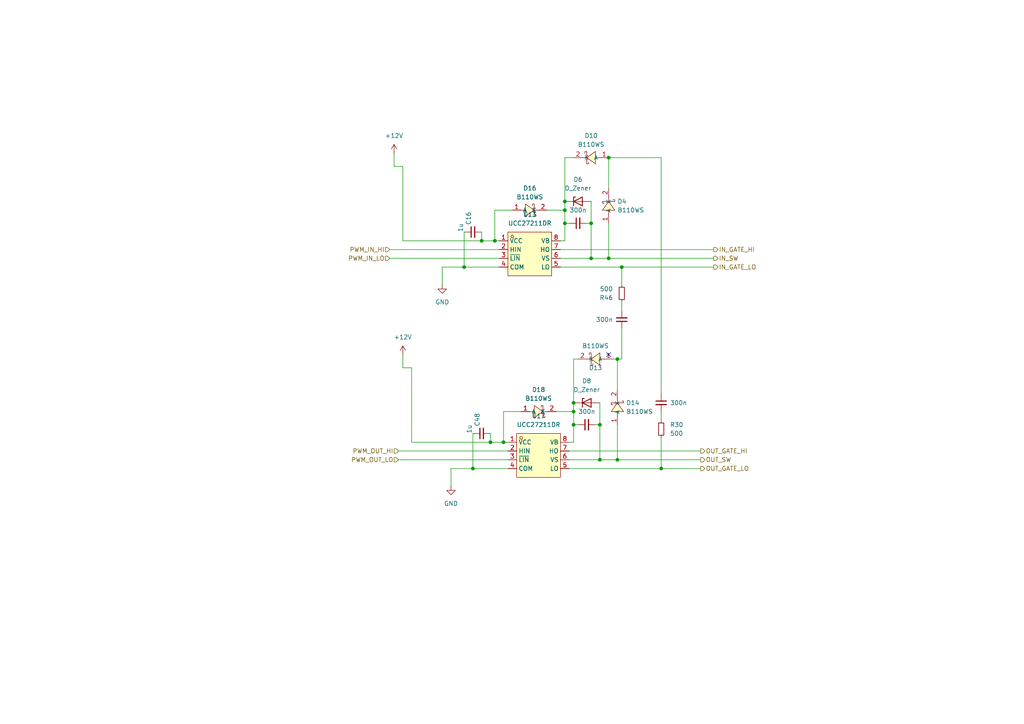
<source format=kicad_sch>
(kicad_sch (version 20231120) (generator "eeschema") (generator_version "8.0")
  (paper "A4")
  (lib_symbols
    (symbol "Device:C_Small" (pin_numbers hide) (pin_names (offset 0.254) hide)
      (property "Reference" "C" (at 0.254 1.778 0))
      (property "Value" "C_Small" (at 0.254 -2.032 0))
      (symbol "C_Small_0_1"
        (polyline (pts (xy -1.524 -0.508) (xy 1.524 -0.508)) (stroke (width 0.3302)))
        (polyline (pts (xy -1.524 0.508) (xy 1.524 0.508)) (stroke (width 0.3048)))
      )
      (symbol "C_Small_1_1"
        (pin passive line (at 0 2.54 270) (length 2.032) (name "~") (number "1"))
        (pin passive line (at 0 -2.54 90) (length 2.032) (name "~") (number "2"))
      )
    )
    (symbol "Device:D_Zener" (pin_numbers hide) (pin_names (offset 1.016) hide)
      (property "Reference" "D" (at 0 2.54 0))
      (property "Value" "D_Zener" (at 0 -2.54 0))
      (symbol "D_Zener_0_1"
        (polyline (pts (xy 1.27 0) (xy -1.27 0)))
        (polyline (pts (xy -1.27 -1.27) (xy -1.27 1.27) (xy -0.762 1.27)) (stroke (width 0.254)))
        (polyline (pts (xy 1.27 -1.27) (xy 1.27 1.27) (xy -1.27 0) (xy 1.27 -1.27)) (stroke (width 0.254)))
      )
      (symbol "D_Zener_1_1"
        (pin passive line (at -3.81 0 0) (length 2.54) (name "K") (number "1"))
        (pin passive line (at 3.81 0 180) (length 2.54) (name "A") (number "2"))
      )
    )
    (symbol "Device:R_Small" (pin_numbers hide) (pin_names (offset 0.254) hide)
      (property "Reference" "R" (at 0.762 0.508 0))
      (property "Value" "R_Small" (at 0.762 -1.016 0))
      (symbol "R_Small_0_1"
        (rectangle (start -0.762 1.778) (end 0.762 -1.778) (stroke (width 0.2032)))
      )
      (symbol "R_Small_1_1"
        (pin passive line (at 0 2.54 270) (length 0.762) (name "~") (number "1"))
        (pin passive line (at 0 -2.54 90) (length 0.762) (name "~") (number "2"))
      )
    )
    (symbol "easyeda2kicad:B16WS_C7420327"
      (property "Reference" "D" (at 0 5.08 0))
      (property "Value" "B16WS_C7420327" (at 0 -5.08 0))
      (symbol "B16WS_C7420327_0_1"
        (polyline (pts (xy -2.54 0) (xy -1.27 0)))
        (polyline (pts (xy 1.27 0) (xy 2.54 0)))
        (polyline (pts (xy -1.27 -1.78) (xy 1.27 0) (xy -1.27 1.78) (xy -1.27 -1.78)) (fill (type background)))
        (polyline (pts (xy 1.78 -1.27) (xy 1.78 -1.78) (xy 1.27 -1.78) (xy 1.27 1.78) (xy 0.76 1.78) (xy 0.76 1.27)))
        (pin unspecified line (at -5.08 0 0) (length 2.54) (name "A") (number "1"))
        (pin unspecified line (at 5.08 0 180) (length 2.54) (name "K") (number "2"))
      )
    )
    (symbol "easyeda2kicad:XJNG2103"
      (property "Reference" "U" (at 0 8.89 0))
      (property "Value" "XJNG2103" (at 0 -8.89 0))
      (symbol "XJNG2103_0_1"
        (rectangle (start -6.35 6.35) (end 6.35 -6.35) (fill (type background)))
        (circle (center -5.08 5.08) (radius 0.38))
        (pin unspecified line (at -8.89 3.81 0) (length 2.54) (name "VCC") (number "1"))
        (pin unspecified line (at -8.89 1.27 0) (length 2.54) (name "HIN") (number "2"))
        (pin unspecified line (at -8.89 -1.27 0) (length 2.54) (name "~{LIN}") (number "3"))
        (pin unspecified line (at -8.89 -3.81 0) (length 2.54) (name "COM") (number "4"))
        (pin unspecified line (at 8.89 -3.81 180) (length 2.54) (name "LO") (number "5"))
        (pin unspecified line (at 8.89 -1.27 180) (length 2.54) (name "VS") (number "6"))
        (pin unspecified line (at 8.89 1.27 180) (length 2.54) (name "HO") (number "7"))
        (pin unspecified line (at 8.89 3.81 180) (length 2.54) (name "VB") (number "8"))
      )
    )
    (symbol "power:+12V" (power) (pin_numbers hide) (pin_names (offset 0) hide)
      (property "Value" "+12V" (at 0 3.556 0))
      (symbol "+12V_0_1"
        (polyline (pts (xy -0.762 1.27) (xy 0 2.54)))
        (polyline (pts (xy 0 0) (xy 0 2.54)))
        (polyline (pts (xy 0 2.54) (xy 0.762 1.27)))
      )
      (symbol "+12V_1_1"
        (pin power_in line (at 0 0 90) (length 0) (name "~") (number "1"))
      )
    )
    (symbol "power:GND" (power) (pin_numbers hide) (pin_names (offset 0) hide)
      (property "Value" "GND" (at 0 -3.81 0))
      (symbol "GND_0_1"
        (polyline (pts (xy 0 0) (xy 0 -1.27) (xy 1.27 -1.27) (xy 0 -2.54) (xy -1.27 -1.27) (xy 0 -1.27)))
      )
      (symbol "GND_1_1"
        (pin power_in line (at 0 0 270) (length 0) (name "~") (number "1"))
      )
    )
  )
  (junction (at 163.83 58.42))
  (junction (at 163.83 64.77))
  (junction (at 143.51 69.85))
  (junction (at 163.83 60.96))
  (junction (at 137.16 135.89))
  (junction (at 139.7 69.85))
  (junction (at 173.99 133.35))
  (junction (at 173.99 123.19))
  (junction (at 191.77 135.89))
  (junction (at 142.24 128.27))
  (junction (at 166.37 116.84))
  (junction (at 134.62 77.47))
  (junction (at 146.05 128.27))
  (junction (at 179.07 104.14))
  (junction (at 171.45 74.93))
  (junction (at 166.37 123.19))
  (junction (at 176.53 74.93))
  (junction (at 166.37 119.38))
  (junction (at 176.53 45.72))
  (junction (at 171.45 64.77))
  (junction (at 179.07 133.35))
  (junction (at 180.34 77.47))
  (no_connect (at 176.53 102.87))
  (wire (pts (xy 162.56 69.85) (xy 163.83 69.85)))
  (wire (pts (xy 114.3 48.26) (xy 116.84 48.26)))
  (wire (pts (xy 161.29 119.38) (xy 166.37 119.38)))
  (wire (pts (xy 179.07 123.19) (xy 179.07 133.35)))
  (wire (pts (xy 113.03 74.93) (xy 144.78 74.93)))
  (wire (pts (xy 137.16 135.89) (xy 147.32 135.89)))
  (wire (pts (xy 173.99 116.84) (xy 173.99 123.19)))
  (wire (pts (xy 128.27 77.47) (xy 128.27 82.55)))
  (wire (pts (xy 116.84 106.68) (xy 119.38 106.68)))
  (wire (pts (xy 180.34 82.55) (xy 180.34 77.47)))
  (wire (pts (xy 142.24 125.73) (xy 142.24 128.27)))
  (wire (pts (xy 191.77 45.72) (xy 191.77 114.3)))
  (wire (pts (xy 115.57 133.35) (xy 147.32 133.35)))
  (wire (pts (xy 170.18 64.77) (xy 171.45 64.77)))
  (wire (pts (xy 165.1 64.77) (xy 163.83 64.77)))
  (wire (pts (xy 148.59 60.96) (xy 143.51 60.96)))
  (wire (pts (xy 165.1 135.89) (xy 191.77 135.89)))
  (wire (pts (xy 166.37 116.84) (xy 166.37 104.14)))
  (wire (pts (xy 130.81 135.89) (xy 130.81 140.97)))
  (wire (pts (xy 165.1 128.27) (xy 166.37 128.27)))
  (wire (pts (xy 162.56 74.93) (xy 171.45 74.93)))
  (wire (pts (xy 191.77 127) (xy 191.77 135.89)))
  (wire (pts (xy 171.45 64.77) (xy 171.45 74.93)))
  (wire (pts (xy 130.81 135.89) (xy 137.16 135.89)))
  (wire (pts (xy 143.51 69.85) (xy 144.78 69.85)))
  (wire (pts (xy 165.1 130.81) (xy 203.2 130.81)))
  (wire (pts (xy 146.05 128.27) (xy 146.05 119.38)))
  (wire (pts (xy 147.32 130.81) (xy 115.57 130.81)))
  (wire (pts (xy 191.77 119.38) (xy 191.77 121.92)))
  (wire (pts (xy 139.7 69.85) (xy 143.51 69.85)))
  (wire (pts (xy 191.77 135.89) (xy 203.2 135.89)))
  (wire (pts (xy 146.05 128.27) (xy 142.24 128.27)))
  (wire (pts (xy 176.53 54.61) (xy 176.53 45.72)))
  (wire (pts (xy 147.32 128.27) (xy 146.05 128.27)))
  (wire (pts (xy 166.37 116.84) (xy 166.37 119.38)))
  (wire (pts (xy 176.53 74.93) (xy 207.01 74.93)))
  (wire (pts (xy 180.34 90.17) (xy 180.34 87.63)))
  (wire (pts (xy 146.05 119.38) (xy 151.13 119.38)))
  (wire (pts (xy 128.27 77.47) (xy 134.62 77.47)))
  (wire (pts (xy 176.53 64.77) (xy 176.53 74.93)))
  (wire (pts (xy 177.8 104.14) (xy 179.07 104.14)))
  (wire (pts (xy 114.3 48.26) (xy 114.3 44.45)))
  (wire (pts (xy 179.07 113.03) (xy 179.07 104.14)))
  (wire (pts (xy 171.45 74.93) (xy 176.53 74.93)))
  (wire (pts (xy 172.72 123.19) (xy 173.99 123.19)))
  (wire (pts (xy 139.7 67.31) (xy 139.7 69.85)))
  (wire (pts (xy 165.1 133.35) (xy 173.99 133.35)))
  (wire (pts (xy 119.38 128.27) (xy 119.38 106.68)))
  (wire (pts (xy 173.99 133.35) (xy 179.07 133.35)))
  (wire (pts (xy 173.99 123.19) (xy 173.99 133.35)))
  (wire (pts (xy 166.37 119.38) (xy 166.37 123.19)))
  (wire (pts (xy 180.34 95.25) (xy 180.34 104.14)))
  (wire (pts (xy 162.56 77.47) (xy 180.34 77.47)))
  (wire (pts (xy 163.83 58.42) (xy 163.83 60.96)))
  (wire (pts (xy 180.34 104.14) (xy 179.07 104.14)))
  (wire (pts (xy 167.64 123.19) (xy 166.37 123.19)))
  (wire (pts (xy 142.24 128.27) (xy 119.38 128.27)))
  (wire (pts (xy 116.84 106.68) (xy 116.84 102.87)))
  (wire (pts (xy 179.07 133.35) (xy 203.2 133.35)))
  (wire (pts (xy 171.45 58.42) (xy 171.45 64.77)))
  (wire (pts (xy 134.62 77.47) (xy 144.78 77.47)))
  (wire (pts (xy 116.84 69.85) (xy 116.84 48.26)))
  (wire (pts (xy 139.7 69.85) (xy 116.84 69.85)))
  (wire (pts (xy 134.62 67.31) (xy 134.62 77.47)))
  (wire (pts (xy 137.16 125.73) (xy 137.16 135.89)))
  (wire (pts (xy 143.51 60.96) (xy 143.51 69.85)))
  (wire (pts (xy 163.83 60.96) (xy 163.83 64.77)))
  (wire (pts (xy 144.78 72.39) (xy 113.03 72.39)))
  (wire (pts (xy 166.37 123.19) (xy 166.37 128.27)))
  (wire (pts (xy 163.83 45.72) (xy 166.37 45.72)))
  (wire (pts (xy 163.83 58.42) (xy 163.83 45.72)))
  (wire (pts (xy 176.53 45.72) (xy 191.77 45.72)))
  (wire (pts (xy 180.34 77.47) (xy 207.01 77.47)))
  (wire (pts (xy 166.37 104.14) (xy 167.64 104.14)))
  (wire (pts (xy 163.83 64.77) (xy 163.83 69.85)))
  (wire (pts (xy 162.56 72.39) (xy 207.01 72.39)))
  (wire (pts (xy 158.75 60.96) (xy 163.83 60.96)))
  (hierarchical_label "PWM_IN_HI" (shape input) (at 113.03 72.39 180))
  (hierarchical_label "OUT_SW" (shape output) (at 203.2 133.35 0))
  (hierarchical_label "IN_SW" (shape output) (at 207.01 74.93 0))
  (hierarchical_label "IN_GATE_HI" (shape output) (at 207.01 72.39 0))
  (hierarchical_label "OUT_GATE_HI" (shape output) (at 203.2 130.81 0))
  (hierarchical_label "IN_GATE_LO" (shape output) (at 207.01 77.47 0))
  (hierarchical_label "PWM_OUT_HI" (shape input) (at 115.57 130.81 180))
  (hierarchical_label "OUT_GATE_LO" (shape output) (at 203.2 135.89 0))
  (hierarchical_label "PWM_OUT_LO" (shape input) (at 115.57 133.35 180))
  (hierarchical_label "PWM_IN_LO" (shape input) (at 113.03 74.93 180))
  (symbol (lib_id "easyeda2kicad:B16WS_C7420327") (at 179.07 118.11 90) (unit 1)
    (property "Reference" "D14" (at 181.61 116.8399 90) (effects (justify right)))
    (property "Value" "B110WS" (at 181.61 119.3799 90) (effects (justify right)))
    (property "Footprint" "easyeda2kicad:SOD-323_L1.7-W1.3-LS2.5-FD" (effects (hide yes)))
    (property "LCSC Part" "C7461125" (effects (hide yes)))
    (instances (project "MPPT_V2" (path "" (reference "D14") (unit 1)) (path "" (reference "D12") (unit 1))))
  )
  (symbol (lib_id "Device:D_Zener") (at 167.64 58.42 0) (unit 1)
    (property "Reference" "D6" (at 167.64 52.07 0))
    (property "Value" "D_Zener" (at 167.64 54.61 0))
    (property "Footprint" "Diode_SMD:D_SOD-123" (effects (hide yes)))
    (property "Description" "Zener diode" (effects (hide yes)))
    (property "LCSC Part" "C20611962" (effects (hide yes)))
    (instances (project "" (path "" (reference "D6") (unit 1)) (path "" (reference "D5") (unit 1))))
  )
  (symbol (lib_id "Device:C_Small") (at 180.34 92.71 180) (unit 1)
    (property "Reference" "C65" (effects (hide yes)))
    (property "Value" "300n" (at 177.8 92.7038 0) (effects (justify left)))
    (property "Footprint" "Capacitor_SMD:C_0402_1005Metric" (effects (hide yes)))
    (property "Description" "Unpolarized capacitor, small symbol" (effects (hide yes)))
    (property "LCSC Part" "C609906" (effects (hide yes)))
    (instances (project "MPPT_V2" (path "" (reference "C65") (unit 1)) (path "" (reference "C64") (unit 1))))
  )
  (symbol (lib_id "Device:C_Small") (at 137.16 67.31 90) (unit 1)
    (property "Reference" "C16" (at 135.89 65.278 0) (effects (justify left)))
    (property "Value" "1u" (at 133.604 67.31 0) (effects (justify left)))
    (property "Footprint" "Capacitor_SMD:C_0402_1005Metric" (effects (hide yes)))
    (property "Description" "Unpolarized capacitor, small symbol" (effects (hide yes)))
    (property "LCSC Part" "C466612" (effects (hide yes)))
    (instances (project "MPPT_V2" (path "" (reference "C16") (unit 1)) (path "" (reference "C15") (unit 1))))
  )
  (symbol (lib_id "easyeda2kicad:B16WS_C7420327") (at 171.45 45.72 180) (unit 1)
    (property "Reference" "D10" (at 171.45 39.37 0))
    (property "Value" "B110WS" (at 171.45 41.91 0))
    (property "Footprint" "easyeda2kicad:SOD-323_L1.7-W1.3-LS2.5-FD" (effects (hide yes)))
    (property "LCSC Part" "C7461125" (effects (hide yes)))
    (instances (project "MPPT_V2" (path "" (reference "D10") (unit 1)) (path "" (reference "D9") (unit 1))))
  )
  (symbol (lib_id "easyeda2kicad:XJNG2103") (at 156.21 132.08 0) (unit 1)
    (property "Reference" "U17" (at 156.21 120.65 0))
    (property "Value" "UCC27211DR" (at 156.21 123.19 0))
    (property "Footprint" "easyeda2kicad:SOIC-8_L4.9-W3.9-P1.27-LS6.0-BL" (effects (hide yes)))
    (property "LCSC Part" "C2871979" (effects (hide yes)))
    (instances (project "MPPT_V2" (path "" (reference "U17") (unit 1)) (path "" (reference "U16") (unit 1))))
  )
  (symbol (lib_id "Device:R_Small") (at 191.77 124.46 0) (unit 1)
    (property "Reference" "R30" (at 194.31 123.1899 0) (effects (justify left)))
    (property "Value" "500" (at 194.31 125.7299 0) (effects (justify left)))
    (property "Footprint" "Resistor_SMD:R_0402_1005Metric" (effects (hide yes)))
    (property "Description" "Resistor, small symbol" (effects (hide yes)))
    (property "LCSC Part" "C25905" (effects (hide yes)))
    (instances (project "" (path "" (reference "R30") (unit 1)) (path "" (reference "R4") (unit 1))))
  )
  (symbol (lib_id "easyeda2kicad:B16WS_C7420327") (at 156.21 119.38 0) (unit 1)
    (property "Reference" "D18" (at 156.21 113.03 0))
    (property "Value" "B110WS" (at 156.21 115.57 0))
    (property "Footprint" "easyeda2kicad:SOD-323_L1.7-W1.3-LS2.5-FD" (effects (hide yes)))
    (property "LCSC Part" "C7461125" (effects (hide yes)))
    (instances (project "MPPT_V2" (path "" (reference "D18") (unit 1)) (path "" (reference "D17") (unit 1))))
  )
  (symbol (lib_id "Device:C_Small") (at 167.64 64.77 90) (unit 1)
    (property "Reference" "C14" (effects (hide yes)))
    (property "Value" "300n" (at 167.6463 60.96 90))
    (property "Footprint" "Capacitor_SMD:C_0402_1005Metric" (effects (hide yes)))
    (property "Description" "Unpolarized capacitor, small symbol" (effects (hide yes)))
    (property "LCSC Part" "C609906" (effects (hide yes)))
    (instances (project "MPPT_V2" (path "" (reference "C14") (unit 1)) (path "" (reference "C12") (unit 1))))
  )
  (symbol (lib_id "easyeda2kicad:XJNG2103") (at 153.67 73.66 0) (unit 1)
    (property "Reference" "U13" (at 153.67 62.23 0))
    (property "Value" "UCC27211DR" (at 153.67 64.77 0))
    (property "Footprint" "easyeda2kicad:SOIC-8_L4.9-W3.9-P1.27-LS6.0-BL" (effects (hide yes)))
    (property "LCSC Part" "C2871979" (effects (hide yes)))
    (instances (project "MPPT_V2" (path "" (reference "U13") (unit 1)) (path "" (reference "U11") (unit 1))))
  )
  (symbol (lib_id "power:+12V") (at 116.84 102.87 0) (unit 1)
    (property "Reference" "#PWR0110" (effects (hide yes)))
    (property "Value" "+12V" (at 116.84 97.79 0))
    (property "Description" "Power symbol creates a global label with name \"+12V\"" (effects (hide yes)))
    (instances (project "MPPT_V2" (path "" (reference "#PWR0110") (unit 1)) (path "" (reference "#PWR096") (unit 1))))
  )
  (symbol (lib_id "easyeda2kicad:B16WS_C7420327") (at 153.67 60.96 0) (unit 1)
    (property "Reference" "D16" (at 153.67 54.61 0))
    (property "Value" "B110WS" (at 153.67 57.15 0))
    (property "Footprint" "easyeda2kicad:SOD-323_L1.7-W1.3-LS2.5-FD" (effects (hide yes)))
    (property "LCSC Part" "C7461125" (effects (hide yes)))
    (instances (project "MPPT_V2" (path "" (reference "D16") (unit 1)) (path "" (reference "D15") (unit 1))))
  )
  (symbol (lib_id "Device:D_Zener") (at 170.18 116.84 0) (unit 1)
    (property "Reference" "D8" (at 170.18 110.49 0))
    (property "Value" "D_Zener" (at 170.18 113.03 0))
    (property "Footprint" "Diode_SMD:D_SOD-123" (effects (hide yes)))
    (property "Description" "Zener diode" (effects (hide yes)))
    (property "LCSC Part" "C20611962" (effects (hide yes)))
    (instances (project "MPPT_V2" (path "" (reference "D8") (unit 1)) (path "" (reference "D7") (unit 1))))
  )
  (symbol (lib_id "easyeda2kicad:B16WS_C7420327") (at 172.72 104.14 180) (unit 1)
    (property "Reference" "D13" (at 172.72 106.68 0))
    (property "Value" "B110WS" (at 172.72 100.33 0))
    (property "Footprint" "easyeda2kicad:SOD-323_L1.7-W1.3-LS2.5-FD" (effects (hide yes)))
    (property "LCSC Part" "C7461125" (effects (hide yes)))
    (instances (project "MPPT_V2" (path "" (reference "D13") (unit 1)) (path "" (reference "D11") (unit 1))))
  )
  (symbol (lib_id "easyeda2kicad:B16WS_C7420327") (at 176.53 59.69 90) (unit 1)
    (property "Reference" "D4" (at 179.07 58.4199 90) (effects (justify right)))
    (property "Value" "B110WS" (at 179.07 60.9599 90) (effects (justify right)))
    (property "Footprint" "easyeda2kicad:SOD-323_L1.7-W1.3-LS2.5-FD" (effects (hide yes)))
    (property "LCSC Part" "C7461125" (effects (hide yes)))
    (instances (project "MPPT_V2" (path "" (reference "D4") (unit 1)) (path "" (reference "D3") (unit 1))))
  )
  (symbol (lib_id "Device:R_Small") (at 180.34 85.09 180) (unit 1)
    (property "Reference" "R46" (at 177.8 86.3601 0) (effects (justify left)))
    (property "Value" "500" (at 177.8 83.8201 0) (effects (justify left)))
    (property "Footprint" "Resistor_SMD:R_0402_1005Metric" (effects (hide yes)))
    (property "Description" "Resistor, small symbol" (effects (hide yes)))
    (property "LCSC Part" "C25905" (effects (hide yes)))
    (instances (project "MPPT_V2" (path "" (reference "R46") (unit 1)) (path "" (reference "R45") (unit 1))))
  )
  (symbol (lib_id "Device:C_Small") (at 170.18 123.19 90) (unit 1)
    (property "Reference" "C18" (effects (hide yes)))
    (property "Value" "300n" (at 170.1863 119.38 90))
    (property "Footprint" "Capacitor_SMD:C_0402_1005Metric" (effects (hide yes)))
    (property "Description" "Unpolarized capacitor, small symbol" (effects (hide yes)))
    (property "LCSC Part" "C609906" (effects (hide yes)))
    (instances (project "MPPT_V2" (path "" (reference "C18") (unit 1)) (path "" (reference "C17") (unit 1))))
  )
  (symbol (lib_id "power:GND") (at 130.81 140.97 0) (unit 1)
    (property "Reference" "#PWR0108" (effects (hide yes)))
    (property "Value" "GND" (at 130.81 146.05 0))
    (property "Description" "Power symbol creates a global label with name \"GND\" , ground" (effects (hide yes)))
    (instances (project "MPPT_V2" (path "" (reference "#PWR0108") (unit 1)) (path "" (reference "#PWR098") (unit 1))))
  )
  (symbol (lib_id "Device:C_Small") (at 139.7 125.73 90) (unit 1)
    (property "Reference" "C48" (at 138.43 123.698 0) (effects (justify left)))
    (property "Value" "1u" (at 136.144 125.73 0) (effects (justify left)))
    (property "Footprint" "Capacitor_SMD:C_0402_1005Metric" (effects (hide yes)))
    (property "Description" "Unpolarized capacitor, small symbol" (effects (hide yes)))
    (property "LCSC Part" "C466612" (effects (hide yes)))
    (instances (project "MPPT_V2" (path "" (reference "C48") (unit 1)) (path "" (reference "C19") (unit 1))))
  )
  (symbol (lib_id "power:+12V") (at 114.3 44.45 0) (unit 1)
    (property "Reference" "#PWR0106" (effects (hide yes)))
    (property "Value" "+12V" (at 114.3 39.37 0))
    (property "Description" "Power symbol creates a global label with name \"+12V\"" (effects (hide yes)))
    (instances (project "MPPT_V2" (path "" (reference "#PWR0106") (unit 1)) (path "" (reference "#PWR095") (unit 1))))
  )
  (symbol (lib_id "power:GND") (at 128.27 82.55 0) (unit 1)
    (property "Reference" "#PWR0107" (effects (hide yes)))
    (property "Value" "GND" (at 128.27 87.63 0))
    (property "Description" "Power symbol creates a global label with name \"GND\" , ground" (effects (hide yes)))
    (instances (project "MPPT_V2" (path "" (reference "#PWR0107") (unit 1)) (path "" (reference "#PWR097") (unit 1))))
  )
  (symbol (lib_id "Device:C_Small") (at 191.77 116.84 0) (unit 1)
    (property "Reference" "C8" (effects (hide yes)))
    (property "Value" "300n" (at 194.31 116.8462 0) (effects (justify left)))
    (property "Footprint" "Capacitor_SMD:C_0402_1005Metric" (effects (hide yes)))
    (property "Description" "Unpolarized capacitor, small symbol" (effects (hide yes)))
    (property "LCSC Part" "C609906" (effects (hide yes)))
    (instances (project "MPPT_V2" (path "" (reference "C8") (unit 1)) (path "" (reference "C7") (unit 1))))
  )
)
</source>
